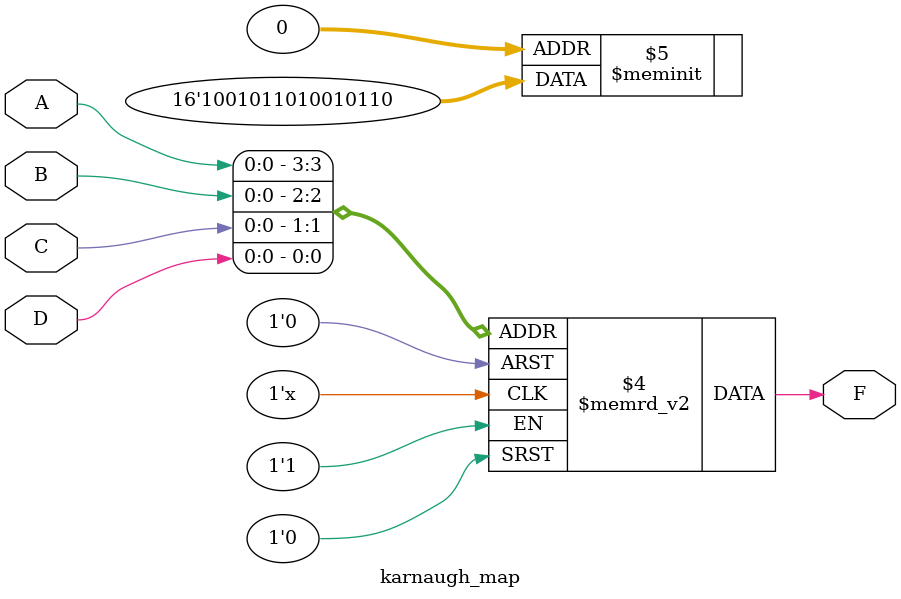
<source format=v>
module karnaugh_map(
  input wire A, B, C, D,
  output reg F
);

  always @*
    case ({A,B,C,D})
      4'b0000: F = 1'b0;
      4'b0001: F = 1'b1;
      4'b0010: F = 1'b1;
      4'b0011: F = 1'b0;
      4'b0100: F = 1'b1;
      4'b0101: F = 1'b0;
      4'b0110: F = 1'b0;
      4'b0111: F = 1'b1;
      4'b1000: F = 1'b0;
      4'b1001: F = 1'b1;
      4'b1010: F = 1'b1;
      4'b1011: F = 1'b0;
      4'b1100: F = 1'b1;
      4'b1101: F = 1'b0;
      4'b1110: F = 1'b0;
      4'b1111: F = 1'b1;
    endcase

endmodule
</source>
